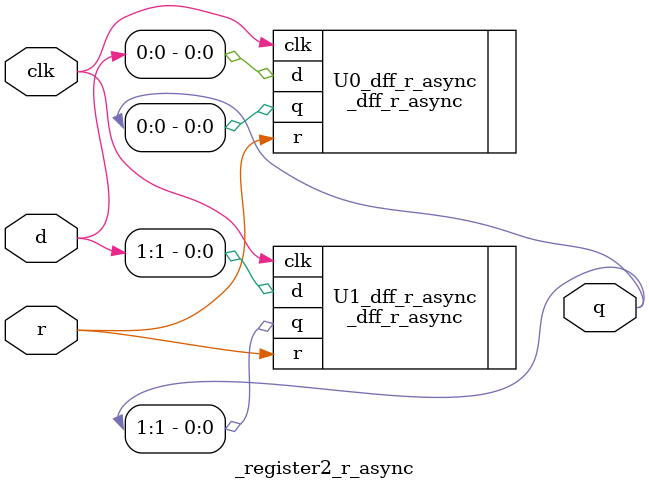
<source format=v>
module _register2_r_async(clk,r,d,q); // 2bit register
	input clk, r; // reset: active-low
	input [1:0] d;	//Current state
	output [1:0] q; //Next state
	
	_dff_r_async U0_dff_r_async(.d(d[0]),.clk(clk),.r(r),.q(q[0]));
	_dff_r_async U1_dff_r_async(.d(d[1]),.clk(clk),.r(r),.q(q[1]));
	
endmodule
</source>
